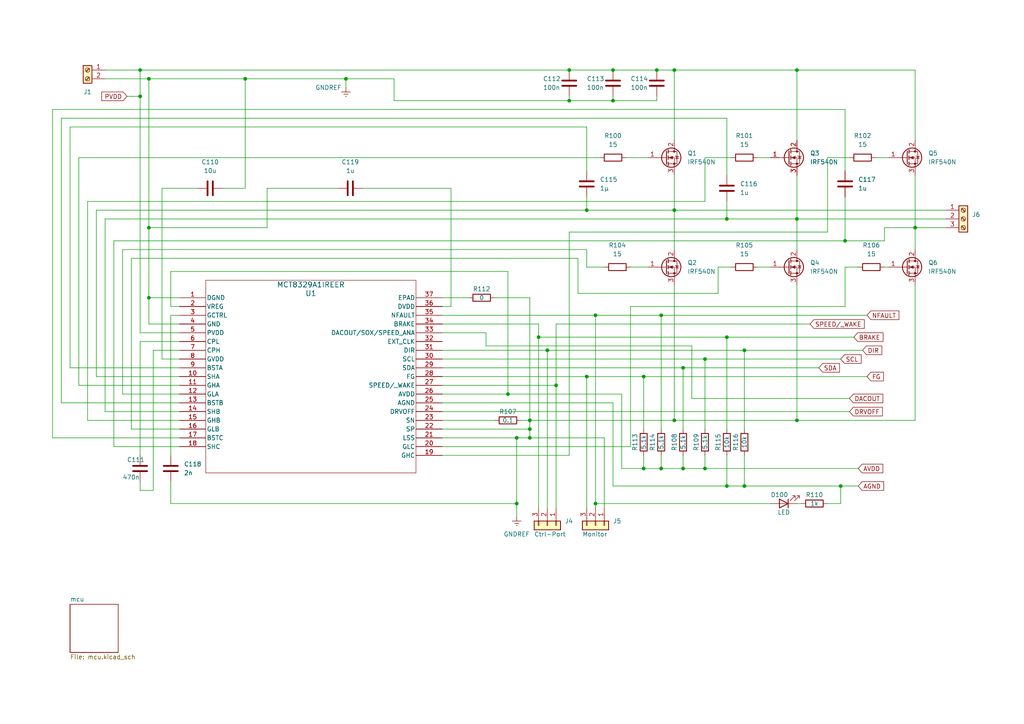
<source format=kicad_sch>
(kicad_sch (version 20231120) (generator "eeschema") (generator_version "8.0")
  (paper "A4")
  (lib_symbols
    (symbol "BLDCsensDrv:MCT8329A1IREER" (pin_names (offset 0.254))
      (property "Reference" "U" (at 38.1 10.16 0))
      (property "Value" "MCT8329A1IREER" (at 38.1 7.62 0))
      (symbol "MCT8329A1IREER_0_1"
        (polyline (pts (xy 7.62 -50.8) (xy 68.58 -50.8)) (stroke (width 0.127)))
        (polyline (pts (xy 7.62 5.08) (xy 7.62 -50.8)) (stroke (width 0.127)))
        (polyline (pts (xy 68.58 -50.8) (xy 68.58 5.08)) (stroke (width 0.127)))
        (polyline (pts (xy 68.58 5.08) (xy 7.62 5.08)) (stroke (width 0.127)))
        (pin power_out line (at 0 0 0) (length 7.62) (name "DGND") (number "1"))
        (pin bidirectional line (at 0 -22.86 0) (length 7.62) (name "SHA") (number "10"))
        (pin output line (at 0 -25.4 0) (length 7.62) (name "GHA") (number "11"))
        (pin output line (at 0 -27.94 0) (length 7.62) (name "GLA") (number "12"))
        (pin output line (at 0 -30.48 0) (length 7.62) (name "BSTB") (number "13"))
        (pin bidirectional line (at 0 -33.02 0) (length 7.62) (name "SHB") (number "14"))
        (pin output line (at 0 -35.56 0) (length 7.62) (name "GHB") (number "15"))
        (pin output line (at 0 -38.1 0) (length 7.62) (name "GLB") (number "16"))
        (pin output line (at 0 -40.64 0) (length 7.62) (name "BSTC") (number "17"))
        (pin bidirectional line (at 0 -43.18 0) (length 7.62) (name "SHC") (number "18"))
        (pin output line (at 76.2 -45.72 180) (length 7.62) (name "GHC") (number "19"))
        (pin power_in line (at 0 -2.54 0) (length 7.62) (name "VREG") (number "2"))
        (pin output line (at 76.2 -43.18 180) (length 7.62) (name "GLC") (number "20"))
        (pin power_in line (at 76.2 -40.64 180) (length 7.62) (name "LSS") (number "21"))
        (pin input line (at 76.2 -38.1 180) (length 7.62) (name "SP") (number "22"))
        (pin input line (at 76.2 -35.56 180) (length 7.62) (name "SN") (number "23"))
        (pin input line (at 76.2 -33.02 180) (length 7.62) (name "DRVOFF") (number "24"))
        (pin power_out line (at 76.2 -30.48 180) (length 7.62) (name "AGND") (number "25"))
        (pin power_in line (at 76.2 -27.94 180) (length 7.62) (name "AVDD") (number "26"))
        (pin input line (at 76.2 -25.4 180) (length 7.62) (name "SPEED/_WAKE") (number "27"))
        (pin output line (at 76.2 -22.86 180) (length 7.62) (name "FG") (number "28"))
        (pin bidirectional line (at 76.2 -20.32 180) (length 7.62) (name "SDA") (number "29"))
        (pin output line (at 0 -5.08 0) (length 7.62) (name "GCTRL") (number "3"))
        (pin input line (at 76.2 -17.78 180) (length 7.62) (name "SCL") (number "30"))
        (pin input line (at 76.2 -15.24 180) (length 7.62) (name "DIR") (number "31"))
        (pin input line (at 76.2 -12.7 180) (length 7.62) (name "EXT_CLK") (number "32"))
        (pin bidirectional line (at 76.2 -10.16 180) (length 7.62) (name "DACOUT/SOX/SPEED_ANA") (number "33"))
        (pin input line (at 76.2 -7.62 180) (length 7.62) (name "BRAKE") (number "34"))
        (pin output line (at 76.2 -5.08 180) (length 7.62) (name "NFAULT") (number "35"))
        (pin power_in line (at 76.2 -2.54 180) (length 7.62) (name "DVDD") (number "36"))
        (pin power_out line (at 76.2 0 180) (length 7.62) (name "EPAD") (number "37"))
        (pin power_out line (at 0 -7.62 0) (length 7.62) (name "GND") (number "4"))
        (pin power_in line (at 0 -10.16 0) (length 7.62) (name "PVDD") (number "5"))
        (pin power_in line (at 0 -12.7 0) (length 7.62) (name "CPL") (number "6"))
        (pin power_in line (at 0 -15.24 0) (length 7.62) (name "CPH") (number "7"))
        (pin power_in line (at 0 -17.78 0) (length 7.62) (name "GVDD") (number "8"))
        (pin output line (at 0 -20.32 0) (length 7.62) (name "BSTA") (number "9"))
      )
    )
    (symbol "Connector:Screw_Terminal_01x02" (pin_names (offset 1.016) hide)
      (property "Reference" "J1" (at 0 -6.35 0))
      (property "Value" "Screw_Terminal_01x02" (at 0 -8.89 0))
      (symbol "Screw_Terminal_01x02_1_1"
        (rectangle (start -1.27 1.27) (end 1.27 -3.81) (stroke (width 0.254)) (fill (type background)))
        (circle (center 0 -2.54) (radius 0.635) (stroke (width 0.1524)))
        (polyline (pts (xy -0.5334 -2.2098) (xy 0.3302 -3.048)) (stroke (width 0.1524)))
        (polyline (pts (xy -0.5334 0.3302) (xy 0.3302 -0.508)) (stroke (width 0.1524)))
        (polyline (pts (xy -0.3556 -2.032) (xy 0.508 -2.8702)) (stroke (width 0.1524)))
        (polyline (pts (xy -0.3556 0.508) (xy 0.508 -0.3302)) (stroke (width 0.1524)))
        (circle (center 0 0) (radius 0.635) (stroke (width 0.1524)))
        (pin power_out line (at -5.08 0 0) (length 3.81) (name "Pin_1") (number "1"))
        (pin power_out line (at -5.08 -2.54 0) (length 3.81) (name "Pin_2") (number "2"))
      )
    )
    (symbol "Connector:Screw_Terminal_01x03" (pin_names (offset 1.016) hide)
      (property "Reference" "J" (at 0 5.08 0))
      (property "Value" "Screw_Terminal_01x03" (at 0 -5.08 0))
      (symbol "Screw_Terminal_01x03_1_1"
        (rectangle (start -1.27 3.81) (end 1.27 -3.81) (stroke (width 0.254)) (fill (type background)))
        (circle (center 0 -2.54) (radius 0.635) (stroke (width 0.1524)))
        (polyline (pts (xy -0.5334 -2.2098) (xy 0.3302 -3.048)) (stroke (width 0.1524)))
        (polyline (pts (xy -0.5334 0.3302) (xy 0.3302 -0.508)) (stroke (width 0.1524)))
        (polyline (pts (xy -0.5334 2.8702) (xy 0.3302 2.032)) (stroke (width 0.1524)))
        (polyline (pts (xy -0.3556 -2.032) (xy 0.508 -2.8702)) (stroke (width 0.1524)))
        (polyline (pts (xy -0.3556 0.508) (xy 0.508 -0.3302)) (stroke (width 0.1524)))
        (polyline (pts (xy -0.3556 3.048) (xy 0.508 2.2098)) (stroke (width 0.1524)))
        (circle (center 0 0) (radius 0.635) (stroke (width 0.1524)))
        (circle (center 0 2.54) (radius 0.635) (stroke (width 0.1524)))
        (pin passive line (at -5.08 2.54 0) (length 3.81) (name "Pin_1") (number "1"))
        (pin passive line (at -5.08 0 0) (length 3.81) (name "Pin_2") (number "2"))
        (pin passive line (at -5.08 -2.54 0) (length 3.81) (name "Pin_3") (number "3"))
      )
    )
    (symbol "Connector_Generic:Conn_01x03" (pin_names (offset 1.016) hide)
      (property "Reference" "J" (at 0 5.08 0))
      (property "Value" "Conn_01x03" (at 0 -5.08 0))
      (symbol "Conn_01x03_1_1"
        (rectangle (start -1.27 -2.413) (end 0 -2.667) (stroke (width 0.1524)))
        (rectangle (start -1.27 0.127) (end 0 -0.127) (stroke (width 0.1524)))
        (rectangle (start -1.27 2.667) (end 0 2.413) (stroke (width 0.1524)))
        (rectangle (start -1.27 3.81) (end 1.27 -3.81) (stroke (width 0.254)) (fill (type background)))
        (pin passive line (at -5.08 2.54 0) (length 3.81) (name "Pin_1") (number "1"))
        (pin passive line (at -5.08 0 0) (length 3.81) (name "Pin_2") (number "2"))
        (pin passive line (at -5.08 -2.54 0) (length 3.81) (name "Pin_3") (number "3"))
      )
    )
    (symbol "Device:C" (pin_numbers hide) (pin_names (offset 0.254))
      (property "Reference" "C" (at 0.635 2.54 0))
      (property "Value" "C" (at 0.635 -2.54 0))
      (symbol "C_0_1"
        (polyline (pts (xy -2.032 -0.762) (xy 2.032 -0.762)) (stroke (width 0.508)))
        (polyline (pts (xy -2.032 0.762) (xy 2.032 0.762)) (stroke (width 0.508)))
      )
      (symbol "C_1_1"
        (pin passive line (at 0 3.81 270) (length 2.794) (name "~") (number "1"))
        (pin passive line (at 0 -3.81 90) (length 2.794) (name "~") (number "2"))
      )
    )
    (symbol "Device:LED" (pin_numbers hide) (pin_names (offset 1.016) hide)
      (property "Reference" "D" (at 0 2.54 0))
      (property "Value" "LED" (at 0 -2.54 0))
      (symbol "LED_0_1"
        (polyline (pts (xy -1.27 -1.27) (xy -1.27 1.27)) (stroke (width 0.254)))
        (polyline (pts (xy -1.27 0) (xy 1.27 0)))
        (polyline (pts (xy 1.27 -1.27) (xy 1.27 1.27) (xy -1.27 0) (xy 1.27 -1.27)) (stroke (width 0.254)))
        (polyline (pts (xy -3.048 -0.762) (xy -4.572 -2.286) (xy -3.81 -2.286) (xy -4.572 -2.286) (xy -4.572 -1.524)))
        (polyline (pts (xy -1.778 -0.762) (xy -3.302 -2.286) (xy -2.54 -2.286) (xy -3.302 -2.286) (xy -3.302 -1.524)))
      )
      (symbol "LED_1_1"
        (pin passive line (at -3.81 0 0) (length 2.54) (name "K") (number "1"))
        (pin passive line (at 3.81 0 180) (length 2.54) (name "A") (number "2"))
      )
    )
    (symbol "Device:R" (pin_numbers hide) (pin_names (offset 0))
      (property "Reference" "R" (at 2.032 0 90))
      (property "Value" "R" (at 0 0 90))
      (symbol "R_0_1"
        (rectangle (start -1.016 -2.54) (end 1.016 2.54) (stroke (width 0.254)))
      )
      (symbol "R_1_1"
        (pin passive line (at 0 3.81 270) (length 1.27) (name "~") (number "1"))
        (pin passive line (at 0 -3.81 90) (length 1.27) (name "~") (number "2"))
      )
    )
    (symbol "Transistor_FET:IRF540N" (pin_names hide)
      (property "Reference" "Q" (at 6.35 1.905 0))
      (property "Value" "IRF540N" (at 6.35 0 0))
      (symbol "IRF540N_0_1"
        (polyline (pts (xy 0.254 0) (xy -2.54 0)))
        (polyline (pts (xy 0.254 1.905) (xy 0.254 -1.905)) (stroke (width 0.254)))
        (polyline (pts (xy 0.762 -1.27) (xy 0.762 -2.286)) (stroke (width 0.254)))
        (polyline (pts (xy 0.762 0.508) (xy 0.762 -0.508)) (stroke (width 0.254)))
        (polyline (pts (xy 0.762 2.286) (xy 0.762 1.27)) (stroke (width 0.254)))
        (polyline (pts (xy 2.54 2.54) (xy 2.54 1.778)))
        (polyline (pts (xy 2.54 -2.54) (xy 2.54 0) (xy 0.762 0)))
        (polyline (pts (xy 0.762 -1.778) (xy 3.302 -1.778) (xy 3.302 1.778) (xy 0.762 1.778)))
        (polyline (pts (xy 1.016 0) (xy 2.032 0.381) (xy 2.032 -0.381) (xy 1.016 0)) (fill (type outline)))
        (polyline (pts (xy 2.794 0.508) (xy 2.921 0.381) (xy 3.683 0.381) (xy 3.81 0.254)))
        (polyline (pts (xy 3.302 0.381) (xy 2.921 -0.254) (xy 3.683 -0.254) (xy 3.302 0.381)))
        (circle (center 1.651 0) (radius 2.794) (stroke (width 0.254)))
        (circle (center 2.54 -1.778) (radius 0.254) (fill (type outline)))
        (circle (center 2.54 1.778) (radius 0.254) (fill (type outline)))
      )
      (symbol "IRF540N_1_1"
        (pin input line (at -5.08 0 0) (length 2.54) (name "G") (number "1"))
        (pin passive line (at 2.54 5.08 270) (length 2.54) (name "D") (number "2"))
        (pin passive line (at 2.54 -5.08 90) (length 2.54) (name "S") (number "3"))
      )
    )
    (symbol "power:GNDREF" (power) (pin_names (offset 0))
      (property "Value" "GNDREF" (at 0 -3.81 0))
      (symbol "GNDREF_0_1"
        (polyline (pts (xy -0.635 -1.905) (xy 0.635 -1.905)))
        (polyline (pts (xy -0.127 -2.54) (xy 0.127 -2.54)))
        (polyline (pts (xy 0 -1.27) (xy 0 0)))
        (polyline (pts (xy 1.27 -1.27) (xy -1.27 -1.27)))
      )
      (symbol "GNDREF_1_1"
        (pin power_in line (at 0 0 270) (length 0) hide (name "GNDREF") (number "1"))
      )
    )
  )
  (junction (at 191.77 91.44))
  (junction (at 195.58 121.92))
  (junction (at 198.12 135.89))
  (junction (at 177.8 20.32))
  (junction (at 210.82 97.79))
  (junction (at 186.69 135.89))
  (junction (at 215.9 140.97))
  (junction (at 153.67 121.92))
  (junction (at 195.58 20.32))
  (junction (at 170.18 60.96))
  (junction (at 204.47 135.89))
  (junction (at 158.75 101.6))
  (junction (at 190.5 20.32))
  (junction (at 231.14 121.92))
  (junction (at 172.72 146.05))
  (junction (at 149.86 146.05))
  (junction (at 245.11 69.85))
  (junction (at 210.82 63.5))
  (junction (at 153.67 127))
  (junction (at 43.18 86.36))
  (junction (at 231.14 20.32))
  (junction (at 165.1 20.32))
  (junction (at 210.82 140.97))
  (junction (at 198.12 106.68))
  (junction (at 43.18 66.04))
  (junction (at 170.18 109.22))
  (junction (at 195.58 60.96))
  (junction (at 215.9 101.6))
  (junction (at 161.29 111.76))
  (junction (at 43.18 22.86))
  (junction (at 71.12 22.86))
  (junction (at 177.8 29.21))
  (junction (at 156.21 97.79))
  (junction (at 204.47 104.14))
  (junction (at 265.43 66.04))
  (junction (at 100.33 22.86))
  (junction (at 40.64 20.32))
  (junction (at 231.14 63.5))
  (junction (at 191.77 135.89))
  (junction (at 186.69 109.22))
  (junction (at 243.84 140.97))
  (junction (at 165.1 29.21))
  (junction (at 149.86 127))
  (junction (at 153.67 124.46))
  (junction (at 40.64 27.94))
  (junction (at 172.72 91.44))
  (junction (at 147.32 114.3))
  (wire (pts (xy 180.34 114.3) (xy 147.32 114.3)))
  (wire (pts (xy 245.11 31.75) (xy 245.11 49.53)))
  (wire (pts (xy 167.64 85.09) (xy 208.28 85.09)))
  (wire (pts (xy 52.07 88.9) (xy 49.53 88.9)))
  (wire (pts (xy 46.99 54.61) (xy 57.15 54.61)))
  (wire (pts (xy 153.67 86.36) (xy 153.67 121.92)))
  (wire (pts (xy 198.12 106.68) (xy 198.12 124.46)))
  (wire (pts (xy 156.21 97.79) (xy 210.82 97.79)))
  (wire (pts (xy 204.47 58.42) (xy 204.47 45.72)))
  (wire (pts (xy 15.24 31.75) (xy 245.11 31.75)))
  (wire (pts (xy 165.1 20.32) (xy 177.8 20.32)))
  (wire (pts (xy 195.58 20.32) (xy 195.58 40.64)))
  (wire (pts (xy 128.27 93.98) (xy 156.21 93.98)))
  (wire (pts (xy 256.54 77.47) (xy 257.81 77.47)))
  (wire (pts (xy 128.27 91.44) (xy 172.72 91.44)))
  (wire (pts (xy 147.32 114.3) (xy 128.27 114.3)))
  (wire (pts (xy 195.58 121.92) (xy 153.67 121.92)))
  (wire (pts (xy 153.67 127) (xy 153.67 124.46)))
  (wire (pts (xy 156.21 97.79) (xy 156.21 147.32)))
  (wire (pts (xy 265.43 20.32) (xy 265.43 40.64)))
  (wire (pts (xy 177.8 116.84) (xy 177.8 140.97)))
  (wire (pts (xy 170.18 36.83) (xy 170.18 49.53)))
  (wire (pts (xy 165.1 67.31) (xy 240.03 67.31)))
  (wire (pts (xy 17.78 34.29) (xy 210.82 34.29)))
  (wire (pts (xy 190.5 27.94) (xy 190.5 29.21)))
  (wire (pts (xy 43.18 22.86) (xy 43.18 66.04)))
  (wire (pts (xy 186.69 109.22) (xy 186.69 124.46)))
  (wire (pts (xy 97.79 54.61) (xy 77.47 54.61)))
  (wire (pts (xy 33.02 69.85) (xy 245.11 69.85)))
  (wire (pts (xy 204.47 104.14) (xy 243.84 104.14)))
  (wire (pts (xy 177.8 20.32) (xy 190.5 20.32)))
  (wire (pts (xy 231.14 63.5) (xy 231.14 72.39)))
  (wire (pts (xy 52.07 96.52) (xy 40.64 96.52)))
  (wire (pts (xy 219.71 45.72) (xy 223.52 45.72)))
  (wire (pts (xy 245.11 77.47) (xy 248.92 77.47)))
  (wire (pts (xy 156.21 93.98) (xy 156.21 97.79)))
  (wire (pts (xy 52.07 114.3) (xy 35.56 114.3)))
  (wire (pts (xy 170.18 72.39) (xy 170.18 77.47)))
  (wire (pts (xy 161.29 93.98) (xy 234.95 93.98)))
  (wire (pts (xy 49.53 139.7) (xy 49.53 146.05)))
  (wire (pts (xy 140.97 100.33) (xy 140.97 96.52)))
  (wire (pts (xy 215.9 101.6) (xy 250.19 101.6)))
  (wire (pts (xy 143.51 86.36) (xy 153.67 86.36)))
  (wire (pts (xy 35.56 114.3) (xy 35.56 72.39)))
  (wire (pts (xy 36.83 27.94) (xy 40.64 27.94)))
  (wire (pts (xy 149.86 127) (xy 149.86 146.05)))
  (wire (pts (xy 182.88 129.54) (xy 182.88 88.9)))
  (wire (pts (xy 140.97 100.33) (xy 200.66 100.33)))
  (wire (pts (xy 158.75 101.6) (xy 215.9 101.6)))
  (wire (pts (xy 158.75 101.6) (xy 158.75 147.32)))
  (wire (pts (xy 149.86 127) (xy 153.67 127)))
  (wire (pts (xy 130.81 54.61) (xy 130.81 88.9)))
  (wire (pts (xy 243.84 140.97) (xy 243.84 146.05)))
  (wire (pts (xy 77.47 54.61) (xy 77.47 66.04)))
  (wire (pts (xy 27.94 109.22) (xy 27.94 60.96)))
  (wire (pts (xy 77.47 66.04) (xy 43.18 66.04)))
  (wire (pts (xy 256.54 69.85) (xy 256.54 66.04)))
  (wire (pts (xy 46.99 104.14) (xy 46.99 54.61)))
  (wire (pts (xy 128.27 86.36) (xy 135.89 86.36)))
  (wire (pts (xy 240.03 45.72) (xy 246.38 45.72)))
  (wire (pts (xy 40.64 20.32) (xy 165.1 20.32)))
  (wire (pts (xy 128.27 101.6) (xy 158.75 101.6)))
  (wire (pts (xy 43.18 93.98) (xy 43.18 86.36)))
  (wire (pts (xy 30.48 119.38) (xy 30.48 63.5)))
  (wire (pts (xy 180.34 135.89) (xy 186.69 135.89)))
  (wire (pts (xy 35.56 72.39) (xy 170.18 72.39)))
  (wire (pts (xy 128.27 104.14) (xy 204.47 104.14)))
  (wire (pts (xy 191.77 91.44) (xy 251.46 91.44)))
  (wire (pts (xy 215.9 101.6) (xy 215.9 124.46)))
  (wire (pts (xy 38.1 74.93) (xy 167.64 74.93)))
  (wire (pts (xy 128.27 96.52) (xy 140.97 96.52)))
  (wire (pts (xy 172.72 146.05) (xy 172.72 147.32)))
  (wire (pts (xy 195.58 82.55) (xy 195.58 121.92)))
  (wire (pts (xy 210.82 58.42) (xy 210.82 63.5)))
  (wire (pts (xy 210.82 97.79) (xy 247.65 97.79)))
  (wire (pts (xy 30.48 20.32) (xy 40.64 20.32)))
  (wire (pts (xy 200.66 115.57) (xy 200.66 100.33)))
  (wire (pts (xy 177.8 27.94) (xy 177.8 29.21)))
  (wire (pts (xy 22.86 111.76) (xy 22.86 45.72)))
  (wire (pts (xy 186.69 109.22) (xy 251.46 109.22)))
  (wire (pts (xy 204.47 45.72) (xy 212.09 45.72)))
  (wire (pts (xy 25.4 58.42) (xy 204.47 58.42)))
  (wire (pts (xy 40.64 139.7) (xy 40.64 142.24)))
  (wire (pts (xy 161.29 93.98) (xy 161.29 111.76)))
  (wire (pts (xy 71.12 22.86) (xy 100.33 22.86)))
  (wire (pts (xy 128.27 106.68) (xy 198.12 106.68)))
  (wire (pts (xy 49.53 91.44) (xy 49.53 132.08)))
  (wire (pts (xy 191.77 135.89) (xy 198.12 135.89)))
  (wire (pts (xy 128.27 88.9) (xy 130.81 88.9)))
  (wire (pts (xy 170.18 109.22) (xy 186.69 109.22)))
  (wire (pts (xy 52.07 119.38) (xy 30.48 119.38)))
  (wire (pts (xy 265.43 66.04) (xy 274.32 66.04)))
  (wire (pts (xy 52.07 109.22) (xy 27.94 109.22)))
  (wire (pts (xy 195.58 50.8) (xy 195.58 60.96)))
  (wire (pts (xy 210.82 63.5) (xy 231.14 63.5)))
  (wire (pts (xy 195.58 60.96) (xy 274.32 60.96)))
  (wire (pts (xy 100.33 22.86) (xy 100.33 25.4)))
  (wire (pts (xy 151.13 121.92) (xy 153.67 121.92)))
  (wire (pts (xy 30.48 22.86) (xy 43.18 22.86)))
  (wire (pts (xy 128.27 129.54) (xy 182.88 129.54)))
  (wire (pts (xy 210.82 132.08) (xy 210.82 140.97)))
  (wire (pts (xy 52.07 116.84) (xy 17.78 116.84)))
  (wire (pts (xy 52.07 93.98) (xy 43.18 93.98)))
  (wire (pts (xy 40.64 142.24) (xy 44.45 142.24)))
  (wire (pts (xy 186.69 135.89) (xy 191.77 135.89)))
  (wire (pts (xy 210.82 34.29) (xy 210.82 50.8)))
  (wire (pts (xy 170.18 57.15) (xy 170.18 60.96)))
  (wire (pts (xy 128.27 124.46) (xy 153.67 124.46)))
  (wire (pts (xy 128.27 116.84) (xy 177.8 116.84)))
  (wire (pts (xy 17.78 116.84) (xy 17.78 34.29)))
  (wire (pts (xy 43.18 86.36) (xy 52.07 86.36)))
  (wire (pts (xy 22.86 45.72) (xy 173.99 45.72)))
  (wire (pts (xy 208.28 85.09) (xy 208.28 77.47)))
  (wire (pts (xy 195.58 20.32) (xy 231.14 20.32)))
  (wire (pts (xy 15.24 127) (xy 15.24 31.75)))
  (wire (pts (xy 204.47 124.46) (xy 204.47 104.14)))
  (wire (pts (xy 100.33 22.86) (xy 114.3 22.86)))
  (wire (pts (xy 181.61 45.72) (xy 187.96 45.72)))
  (wire (pts (xy 43.18 22.86) (xy 71.12 22.86)))
  (wire (pts (xy 245.11 88.9) (xy 245.11 77.47)))
  (wire (pts (xy 232.41 146.05) (xy 231.14 146.05)))
  (wire (pts (xy 191.77 91.44) (xy 191.77 124.46)))
  (wire (pts (xy 20.32 36.83) (xy 170.18 36.83)))
  (wire (pts (xy 198.12 135.89) (xy 204.47 135.89)))
  (wire (pts (xy 231.14 50.8) (xy 231.14 63.5)))
  (wire (pts (xy 245.11 57.15) (xy 245.11 69.85)))
  (wire (pts (xy 38.1 124.46) (xy 38.1 74.93)))
  (wire (pts (xy 182.88 77.47) (xy 187.96 77.47)))
  (wire (pts (xy 177.8 29.21) (xy 165.1 29.21)))
  (wire (pts (xy 265.43 66.04) (xy 265.43 72.39)))
  (wire (pts (xy 265.43 82.55) (xy 265.43 121.92)))
  (wire (pts (xy 231.14 121.92) (xy 195.58 121.92)))
  (wire (pts (xy 52.07 91.44) (xy 49.53 91.44)))
  (wire (pts (xy 246.38 115.57) (xy 200.66 115.57)))
  (wire (pts (xy 177.8 140.97) (xy 210.82 140.97)))
  (wire (pts (xy 40.64 27.94) (xy 40.64 20.32)))
  (wire (pts (xy 128.27 132.08) (xy 165.1 132.08)))
  (wire (pts (xy 33.02 129.54) (xy 33.02 69.85)))
  (wire (pts (xy 210.82 97.79) (xy 210.82 124.46)))
  (wire (pts (xy 128.27 119.38) (xy 246.38 119.38)))
  (wire (pts (xy 114.3 22.86) (xy 114.3 29.21)))
  (wire (pts (xy 190.5 29.21) (xy 177.8 29.21)))
  (wire (pts (xy 52.07 99.06) (xy 40.64 99.06)))
  (wire (pts (xy 204.47 132.08) (xy 204.47 135.89)))
  (wire (pts (xy 64.77 54.61) (xy 71.12 54.61)))
  (wire (pts (xy 182.88 88.9) (xy 245.11 88.9)))
  (wire (pts (xy 208.28 77.47) (xy 212.09 77.47)))
  (wire (pts (xy 215.9 132.08) (xy 215.9 140.97)))
  (wire (pts (xy 170.18 77.47) (xy 175.26 77.47)))
  (wire (pts (xy 195.58 60.96) (xy 195.58 72.39)))
  (wire (pts (xy 40.64 99.06) (xy 40.64 132.08)))
  (wire (pts (xy 114.3 29.21) (xy 165.1 29.21)))
  (wire (pts (xy 52.07 121.92) (xy 25.4 121.92)))
  (wire (pts (xy 49.53 146.05) (xy 149.86 146.05)))
  (wire (pts (xy 243.84 140.97) (xy 248.92 140.97)))
  (wire (pts (xy 256.54 66.04) (xy 265.43 66.04)))
  (wire (pts (xy 240.03 67.31) (xy 240.03 45.72)))
  (wire (pts (xy 231.14 82.55) (xy 231.14 121.92)))
  (wire (pts (xy 153.67 124.46) (xy 153.67 121.92)))
  (wire (pts (xy 71.12 22.86) (xy 71.12 54.61)))
  (wire (pts (xy 165.1 132.08) (xy 165.1 67.31)))
  (wire (pts (xy 105.41 54.61) (xy 130.81 54.61)))
  (wire (pts (xy 186.69 132.08) (xy 186.69 135.89)))
  (wire (pts (xy 231.14 63.5) (xy 274.32 63.5)))
  (wire (pts (xy 128.27 127) (xy 149.86 127)))
  (wire (pts (xy 172.72 146.05) (xy 223.52 146.05)))
  (wire (pts (xy 175.26 127) (xy 175.26 147.32)))
  (wire (pts (xy 245.11 69.85) (xy 256.54 69.85)))
  (wire (pts (xy 170.18 109.22) (xy 170.18 147.32)))
  (wire (pts (xy 149.86 146.05) (xy 149.86 149.86)))
  (wire (pts (xy 172.72 91.44) (xy 172.72 146.05)))
  (wire (pts (xy 128.27 109.22) (xy 170.18 109.22)))
  (wire (pts (xy 265.43 50.8) (xy 265.43 66.04)))
  (wire (pts (xy 231.14 121.92) (xy 265.43 121.92)))
  (wire (pts (xy 52.07 106.68) (xy 20.32 106.68)))
  (wire (pts (xy 165.1 27.94) (xy 165.1 29.21)))
  (wire (pts (xy 128.27 121.92) (xy 143.51 121.92)))
  (wire (pts (xy 231.14 20.32) (xy 265.43 20.32)))
  (wire (pts (xy 44.45 101.6) (xy 44.45 142.24)))
  (wire (pts (xy 191.77 132.08) (xy 191.77 135.89)))
  (wire (pts (xy 161.29 111.76) (xy 161.29 147.32)))
  (wire (pts (xy 175.26 127) (xy 153.67 127)))
  (wire (pts (xy 198.12 106.68) (xy 237.49 106.68)))
  (wire (pts (xy 195.58 20.32) (xy 190.5 20.32)))
  (wire (pts (xy 52.07 129.54) (xy 33.02 129.54)))
  (wire (pts (xy 210.82 140.97) (xy 215.9 140.97)))
  (wire (pts (xy 44.45 101.6) (xy 52.07 101.6)))
  (wire (pts (xy 215.9 140.97) (xy 243.84 140.97)))
  (wire (pts (xy 52.07 111.76) (xy 22.86 111.76)))
  (wire (pts (xy 204.47 135.89) (xy 248.92 135.89)))
  (wire (pts (xy 30.48 63.5) (xy 210.82 63.5)))
  (wire (pts (xy 254 45.72) (xy 257.81 45.72)))
  (wire (pts (xy 172.72 91.44) (xy 191.77 91.44)))
  (wire (pts (xy 170.18 60.96) (xy 195.58 60.96)))
  (wire (pts (xy 167.64 74.93) (xy 167.64 85.09)))
  (wire (pts (xy 52.07 104.14) (xy 46.99 104.14)))
  (wire (pts (xy 27.94 60.96) (xy 170.18 60.96)))
  (wire (pts (xy 20.32 106.68) (xy 20.32 36.83)))
  (wire (pts (xy 180.34 135.89) (xy 180.34 114.3)))
  (wire (pts (xy 240.03 146.05) (xy 243.84 146.05)))
  (wire (pts (xy 198.12 132.08) (xy 198.12 135.89)))
  (wire (pts (xy 40.64 96.52) (xy 40.64 27.94)))
  (wire (pts (xy 147.32 78.74) (xy 147.32 114.3)))
  (wire (pts (xy 219.71 77.47) (xy 223.52 77.47)))
  (wire (pts (xy 49.53 78.74) (xy 147.32 78.74)))
  (wire (pts (xy 52.07 127) (xy 15.24 127)))
  (wire (pts (xy 25.4 121.92) (xy 25.4 58.42)))
  (wire (pts (xy 43.18 66.04) (xy 43.18 86.36)))
  (wire (pts (xy 52.07 124.46) (xy 38.1 124.46)))
  (wire (pts (xy 128.27 111.76) (xy 161.29 111.76)))
  (wire (pts (xy 49.53 88.9) (xy 49.53 78.74)))
  (wire (pts (xy 231.14 20.32) (xy 231.14 40.64)))
  (global_label "SDA" (shape input) (at 237.49 106.68 0) (property "Intersheetrefs" "${INTERSHEET_REFS}" (effects (hide yes))))
  (global_label "BRAKE" (shape input) (at 247.65 97.79 0) (property "Intersheetrefs" "${INTERSHEET_REFS}" (effects (hide yes))))
  (global_label "SCL" (shape input) (at 243.84 104.14 0) (property "Intersheetrefs" "${INTERSHEET_REFS}" (effects (hide yes))))
  (global_label "AVDD" (shape input) (at 248.92 135.89 0) (property "Intersheetrefs" "${INTERSHEET_REFS}" (effects (hide yes))))
  (global_label "AGND" (shape input) (at 248.92 140.97 0) (property "Intersheetrefs" "${INTERSHEET_REFS}" (effects (hide yes))))
  (global_label "NFAULT" (shape input) (at 251.46 91.44 0) (property "Intersheetrefs" "${INTERSHEET_REFS}" (effects (hide yes))))
  (global_label "DACOUT" (shape input) (at 246.38 115.57 0) (property "Intersheetrefs" "${INTERSHEET_REFS}" (effects (hide yes))))
  (global_label "DIR" (shape input) (at 250.19 101.6 0) (property "Intersheetrefs" "${INTERSHEET_REFS}" (effects (hide yes))))
  (global_label "FG" (shape input) (at 251.46 109.22 0) (property "Intersheetrefs" "${INTERSHEET_REFS}" (effects (hide yes))))
  (global_label "PVDD" (shape input) (at 36.83 27.94 180) (property "Intersheetrefs" "${INTERSHEET_REFS}" (effects (hide yes))))
  (global_label "SPEED{slash}_WAKE" (shape input) (at 234.95 93.98 0) (property "Intersheetrefs" "${INTERSHEET_REFS}" (effects (hide yes))))
  (global_label "DRVOFF" (shape input) (at 246.38 119.38 0) (property "Intersheetrefs" "${INTERSHEET_REFS}" (effects (hide yes))))
  (symbol (lib_id "Device:C") (at 40.64 135.89 0) (unit 1)
    (property "Reference" "C111" (at 36.83 133.35 0) (effects (justify left)))
    (property "Value" "470n" (at 35.56 138.43 0) (effects (justify left)))
    (property "Footprint" "Capacitor_SMD:C_1206_3216Metric_Pad1.33x1.80mm_HandSolder" (effects (hide yes)))
  )
  (symbol (lib_id "Transistor_FET:IRF540N") (at 262.89 45.72 0) (unit 1)
    (property "Reference" "Q5" (at 269.24 44.4499 0) (effects (justify left)))
    (property "Value" "IRF540N" (at 269.24 46.9899 0) (effects (justify left)))
    (property "Footprint" "Package_TO_SOT_THT:TO-220-3_Vertical" (effects (hide yes)))
    (property "Datasheet" "http://www.irf.com/product-info/datasheets/data/irf540n.pdf" (effects (hide yes)))
  )
  (symbol (lib_id "Device:C") (at 165.1 24.13 0) (unit 1)
    (property "Reference" "C112" (at 157.48 22.86 0) (effects (justify left)))
    (property "Value" "100n" (at 157.48 25.4 0) (effects (justify left)))
    (property "Footprint" "Capacitor_SMD:C_1206_3216Metric_Pad1.33x1.80mm_HandSolder" (effects (hide yes)))
  )
  (symbol (lib_id "Transistor_FET:IRF540N") (at 262.89 77.47 0) (unit 1)
    (property "Reference" "Q6" (at 269.24 76.1999 0) (effects (justify left)))
    (property "Value" "IRF540N" (at 269.24 78.7399 0) (effects (justify left)))
    (property "Footprint" "Package_TO_SOT_THT:TO-220-3_Vertical" (effects (hide yes)))
    (property "Datasheet" "http://www.irf.com/product-info/datasheets/data/irf540n.pdf" (effects (hide yes)))
  )
  (symbol (lib_id "Transistor_FET:IRF540N") (at 193.04 77.47 0) (unit 1)
    (property "Reference" "Q2" (at 199.39 76.1999 0) (effects (justify left)))
    (property "Value" "IRF540N" (at 199.39 78.7399 0) (effects (justify left)))
    (property "Footprint" "Package_TO_SOT_THT:TO-220-3_Vertical" (effects (hide yes)))
    (property "Datasheet" "http://www.irf.com/product-info/datasheets/data/irf540n.pdf" (effects (hide yes)))
  )
  (symbol (lib_id "Device:R") (at 236.22 146.05 270) (unit 1)
    (property "Reference" "R110" (at 236.22 143.51 90))
    (property "Value" "1k" (at 236.22 146.05 90))
    (property "Footprint" "Resistor_SMD:R_1206_3216Metric_Pad1.30x1.75mm_HandSolder" (effects (hide yes)))
  )
  (symbol (lib_id "Transistor_FET:IRF540N") (at 193.04 45.72 0) (unit 1)
    (property "Reference" "Q1" (at 199.39 44.4499 0) (effects (justify left)))
    (property "Value" "IRF540N" (at 199.39 46.9899 0) (effects (justify left)))
    (property "Footprint" "Package_TO_SOT_THT:TO-220-3_Vertical" (effects (hide yes)))
    (property "Datasheet" "http://www.irf.com/product-info/datasheets/data/irf540n.pdf" (effects (hide yes)))
  )
  (symbol (lib_id "Device:R") (at 204.47 128.27 0) (unit 1)
    (property "Reference" "R109" (at 201.93 128.27 90))
    (property "Value" "5.1k" (at 204.47 128.27 90))
    (property "Footprint" "Resistor_SMD:R_1206_3216Metric_Pad1.30x1.75mm_HandSolder" (effects (hide yes)))
  )
  (symbol (lib_id "Device:C") (at 245.11 53.34 0) (unit 1)
    (property "Reference" "C117" (at 248.92 52.0699 0) (effects (justify left)))
    (property "Value" "1u" (at 248.92 54.6099 0) (effects (justify left)))
    (property "Footprint" "Capacitor_SMD:C_1206_3216Metric_Pad1.33x1.80mm_HandSolder" (effects (hide yes)))
  )
  (symbol (lib_id "Device:C") (at 210.82 54.61 0) (unit 1)
    (property "Reference" "C116" (at 214.63 53.3399 0) (effects (justify left)))
    (property "Value" "1u" (at 214.63 55.8799 0) (effects (justify left)))
    (property "Footprint" "Capacitor_SMD:C_1206_3216Metric_Pad1.33x1.80mm_HandSolder" (effects (hide yes)))
  )
  (symbol (lib_id "Device:R") (at 186.69 128.27 0) (unit 1)
    (property "Reference" "R113" (at 184.15 128.27 90))
    (property "Value" "5.1k" (at 186.69 128.27 90))
    (property "Footprint" "Resistor_SMD:R_1206_3216Metric_Pad1.30x1.75mm_HandSolder" (effects (hide yes)))
  )
  (symbol (lib_id "Device:C") (at 49.53 135.89 0) (unit 1)
    (property "Reference" "C118" (at 53.34 134.6199 0) (effects (justify left)))
    (property "Value" "2n" (at 53.34 137.1599 0) (effects (justify left)))
    (property "Footprint" "Capacitor_SMD:C_1206_3216Metric_Pad1.33x1.80mm_HandSolder" (effects (hide yes)))
  )
  (symbol (lib_id "Connector:Screw_Terminal_01x02") (at 25.4 20.32 0) (mirror y) (unit 1)
    (property "Reference" "J1" (at 25.4 26.67 0))
    (property "Value" "Screw_Terminal_01x02" (effects (hide yes)))
    (property "Footprint" "TerminalBlock:TerminalBlock_bornier-2_P5.08mm" (effects (hide yes)))
  )
  (symbol (lib_id "Device:R") (at 252.73 77.47 270) (unit 1)
    (property "Reference" "R106" (at 252.73 71.12 90))
    (property "Value" "15" (at 252.73 73.66 90))
    (property "Footprint" "Resistor_SMD:R_1206_3216Metric_Pad1.30x1.75mm_HandSolder" (effects (hide yes)))
  )
  (symbol (lib_id "Device:R") (at 215.9 77.47 270) (unit 1)
    (property "Reference" "R105" (at 215.9 71.12 90))
    (property "Value" "15" (at 215.9 73.66 90))
    (property "Footprint" "Resistor_SMD:R_1206_3216Metric_Pad1.30x1.75mm_HandSolder" (effects (hide yes)))
  )
  (symbol (lib_id "Device:R") (at 250.19 45.72 270) (unit 1)
    (property "Reference" "R102" (at 250.19 39.37 90))
    (property "Value" "15" (at 250.19 41.91 90))
    (property "Footprint" "Resistor_SMD:R_1206_3216Metric_Pad1.30x1.75mm_HandSolder" (effects (hide yes)))
  )
  (symbol (lib_id "power:GNDREF") (at 149.86 149.86 0) (unit 1)
    (property "Reference" "#PWR0101" (effects (hide yes)))
    (property "Value" "GNDREF" (at 149.86 154.94 0))
  )
  (symbol (lib_id "Device:C") (at 101.6 54.61 90) (unit 1)
    (property "Reference" "C119" (at 101.6 46.99 90))
    (property "Value" "1u" (at 101.6 49.53 90))
    (property "Footprint" "Capacitor_SMD:C_1206_3216Metric_Pad1.33x1.80mm_HandSolder" (effects (hide yes)))
  )
  (symbol (lib_id "Device:R") (at 198.12 128.27 0) (unit 1)
    (property "Reference" "R108" (at 195.58 128.27 90))
    (property "Value" "5.1k" (at 198.12 128.27 90))
    (property "Footprint" "Resistor_SMD:R_1206_3216Metric_Pad1.30x1.75mm_HandSolder" (effects (hide yes)))
  )
  (symbol (lib_id "Device:C") (at 190.5 24.13 0) (unit 1)
    (property "Reference" "C114" (at 182.88 22.86 0) (effects (justify left)))
    (property "Value" "100n" (at 182.88 25.4 0) (effects (justify left)))
    (property "Footprint" "Capacitor_SMD:C_1206_3216Metric_Pad1.33x1.80mm_HandSolder" (effects (hide yes)))
  )
  (symbol (lib_id "Transistor_FET:IRF540N") (at 228.6 77.47 0) (unit 1)
    (property "Reference" "Q4" (at 234.95 76.1999 0) (effects (justify left)))
    (property "Value" "IRF540N" (at 234.95 78.7399 0) (effects (justify left)))
    (property "Footprint" "Package_TO_SOT_THT:TO-220-3_Vertical" (effects (hide yes)))
    (property "Datasheet" "http://www.irf.com/product-info/datasheets/data/irf540n.pdf" (effects (hide yes)))
  )
  (symbol (lib_id "Device:LED") (at 227.33 146.05 180) (unit 1)
    (property "Reference" "D100" (at 226.06 143.51 0))
    (property "Value" "LED" (at 227.33 148.59 0))
    (property "Footprint" "LED_SMD:LED_1206_3216Metric_Pad1.42x1.75mm_HandSolder" (effects (hide yes)))
  )
  (symbol (lib_id "Connector:Screw_Terminal_01x03") (at 279.4 63.5 0) (unit 1)
    (property "Reference" "J6" (at 281.94 62.2299 0) (effects (justify left)))
    (property "Value" "Screw_Terminal_01x03" (effects (hide yes)))
    (property "Footprint" "TerminalBlock:TerminalBlock_bornier-3_P5.08mm" (effects (hide yes)))
  )
  (symbol (lib_id "Device:R") (at 191.77 128.27 0) (unit 1)
    (property "Reference" "R114" (at 189.23 128.27 90))
    (property "Value" "5.1k" (at 191.77 128.27 90))
    (property "Footprint" "Resistor_SMD:R_1206_3216Metric_Pad1.30x1.75mm_HandSolder" (effects (hide yes)))
  )
  (symbol (lib_id "Device:C") (at 177.8 24.13 0) (unit 1)
    (property "Reference" "C113" (at 170.18 22.86 0) (effects (justify left)))
    (property "Value" "100n" (at 170.18 25.4 0) (effects (justify left)))
    (property "Footprint" "Capacitor_SMD:C_1206_3216Metric_Pad1.33x1.80mm_HandSolder" (effects (hide yes)))
  )
  (symbol (lib_id "Device:C") (at 60.96 54.61 90) (unit 1)
    (property "Reference" "C110" (at 60.96 46.99 90))
    (property "Value" "10u" (at 60.96 49.53 90))
    (property "Footprint" "Capacitor_SMD:C_1206_3216Metric_Pad1.33x1.80mm_HandSolder" (effects (hide yes)))
  )
  (symbol (lib_id "Connector_Generic:Conn_01x03") (at 158.75 152.4 270) (unit 1)
    (property "Reference" "J4" (at 163.83 151.1299 90) (effects (justify left)))
    (property "Value" "Ctrl-Port" (at 154.94 154.94 90) (effects (justify left)))
    (property "Footprint" "Connector_PinHeader_2.54mm:PinHeader_1x03_P2.54mm_Vertical" (effects (hide yes)))
  )
  (symbol (lib_id "Device:R") (at 215.9 128.27 0) (unit 1)
    (property "Reference" "R116" (at 213.36 128.27 90))
    (property "Value" "10k" (at 215.9 128.27 90))
    (property "Footprint" "Resistor_SMD:R_1206_3216Metric_Pad1.30x1.75mm_HandSolder" (effects (hide yes)))
  )
  (symbol (lib_id "Transistor_FET:IRF540N") (at 228.6 45.72 0) (unit 1)
    (property "Reference" "Q3" (at 234.95 44.4499 0) (effects (justify left)))
    (property "Value" "IRF540N" (at 234.95 46.9899 0) (effects (justify left)))
    (property "Footprint" "Package_TO_SOT_THT:TO-220-3_Vertical" (effects (hide yes)))
    (property "Datasheet" "http://www.irf.com/product-info/datasheets/data/irf540n.pdf" (effects (hide yes)))
  )
  (symbol (lib_id "Device:R") (at 147.32 121.92 270) (unit 1)
    (property "Reference" "R107" (at 147.32 119.38 90))
    (property "Value" "0.1" (at 147.32 121.92 90))
    (property "Footprint" "Resistor_SMD:R_1206_3216Metric_Pad1.30x1.75mm_HandSolder" (effects (hide yes)))
  )
  (symbol (lib_id "Device:R") (at 177.8 45.72 270) (unit 1)
    (property "Reference" "R100" (at 177.8 39.37 90))
    (property "Value" "15" (at 177.8 41.91 90))
    (property "Footprint" "Resistor_SMD:R_1206_3216Metric_Pad1.30x1.75mm_HandSolder" (effects (hide yes)))
  )
  (symbol (lib_id "Connector_Generic:Conn_01x03") (at 172.72 152.4 270) (unit 1)
    (property "Reference" "J5" (at 177.8 151.1299 90) (effects (justify left)))
    (property "Value" "Monitor" (at 168.91 154.94 90) (effects (justify left)))
    (property "Footprint" "Connector_PinHeader_2.54mm:PinHeader_1x03_P2.54mm_Vertical" (effects (hide yes)))
  )
  (symbol (lib_id "Device:R") (at 215.9 45.72 270) (unit 1)
    (property "Reference" "R101" (at 215.9 39.37 90))
    (property "Value" "15" (at 215.9 41.91 90))
    (property "Footprint" "Resistor_SMD:R_1206_3216Metric_Pad1.30x1.75mm_HandSolder" (effects (hide yes)))
  )
  (symbol (lib_id "BLDCsensDrv:MCT8329A1IREER") (at 52.07 86.36 0) (unit 1)
    (property "Reference" "U1" (at 90.17 85.09 0) (effects (font (size 1.524 1.524))))
    (property "Value" "MCT8329A1IREER" (at 90.17 82.55 0) (effects (font (size 1.524 1.524))))
    (property "Footprint" "WQFN36_REE_TEX" (effects (hide yes)))
    (property "Datasheet" "MCT8329A1IREER" (effects (hide yes)))
  )
  (symbol (lib_id "power:GNDREF") (at 100.33 25.4 0) (unit 1)
    (property "Reference" "#PWR0103" (effects (hide yes)))
    (property "Value" "GNDREF" (at 95.25 25.4 0))
  )
  (symbol (lib_id "Device:R") (at 210.82 128.27 0) (unit 1)
    (property "Reference" "R115" (at 208.28 128.27 90))
    (property "Value" "10k" (at 210.82 128.27 90))
    (property "Footprint" "Resistor_SMD:R_1206_3216Metric_Pad1.30x1.75mm_HandSolder" (effects (hide yes)))
  )
  (symbol (lib_id "Device:R") (at 139.7 86.36 270) (unit 1)
    (property "Reference" "R112" (at 139.7 83.82 90))
    (property "Value" "0" (at 139.7 86.36 90))
    (property "Footprint" "Resistor_SMD:R_1206_3216Metric_Pad1.30x1.75mm_HandSolder" (effects (hide yes)))
  )
  (symbol (lib_id "Device:C") (at 170.18 53.34 0) (unit 1)
    (property "Reference" "C115" (at 173.99 52.0699 0) (effects (justify left)))
    (property "Value" "1µ" (at 173.99 54.6099 0) (effects (justify left)))
    (property "Footprint" "Capacitor_SMD:C_1206_3216Metric_Pad1.33x1.80mm_HandSolder" (effects (hide yes)))
  )
  (symbol (lib_id "Device:R") (at 179.07 77.47 270) (unit 1)
    (property "Reference" "R104" (at 179.07 71.12 90))
    (property "Value" "15" (at 179.07 73.66 90))
    (property "Footprint" "Resistor_SMD:R_1206_3216Metric_Pad1.30x1.75mm_HandSolder" (effects (hide yes)))
  )
  (sheet (at 20.32 175.26) (size 13.97 13.97) (stroke (width 0.1524))
    (property "Sheetname" "mcu" (at 20.32 174.5484 0) (effects (justify left bottom)))
    (property "Sheetfile" "mcu.kicad_sch" (at 20.32 189.8146 0) (effects (justify left top)))
  )
)
</source>
